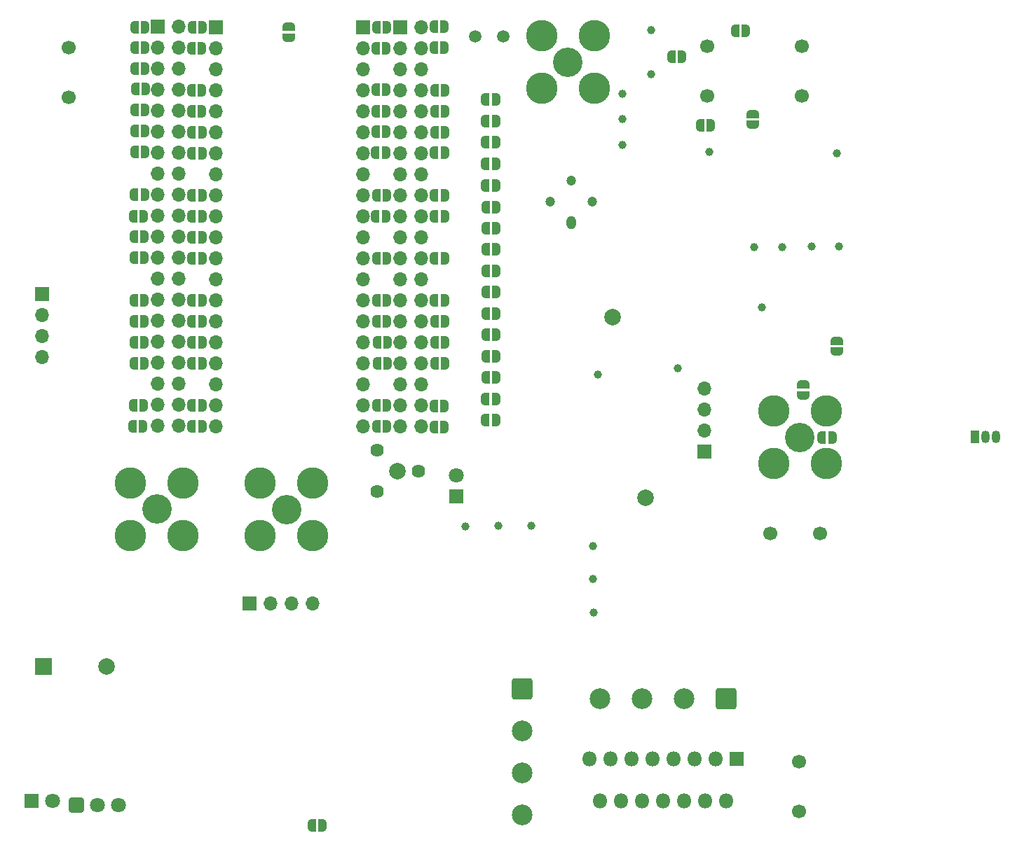
<source format=gbr>
%TF.GenerationSoftware,KiCad,Pcbnew,8.0.4+dfsg-1*%
%TF.CreationDate,2025-02-20T19:36:53-08:00*%
%TF.ProjectId,Audio_in_usd_sound_rp_pico,41756469-6f5f-4696-9e5f-7573645f736f,v0.3.0*%
%TF.SameCoordinates,Original*%
%TF.FileFunction,Soldermask,Bot*%
%TF.FilePolarity,Negative*%
%FSLAX46Y46*%
G04 Gerber Fmt 4.6, Leading zero omitted, Abs format (unit mm)*
G04 Created by KiCad (PCBNEW 8.0.4+dfsg-1) date 2025-02-20 19:36:53*
%MOMM*%
%LPD*%
G01*
G04 APERTURE LIST*
G04 Aperture macros list*
%AMRoundRect*
0 Rectangle with rounded corners*
0 $1 Rounding radius*
0 $2 $3 $4 $5 $6 $7 $8 $9 X,Y pos of 4 corners*
0 Add a 4 corners polygon primitive as box body*
4,1,4,$2,$3,$4,$5,$6,$7,$8,$9,$2,$3,0*
0 Add four circle primitives for the rounded corners*
1,1,$1+$1,$2,$3*
1,1,$1+$1,$4,$5*
1,1,$1+$1,$6,$7*
1,1,$1+$1,$8,$9*
0 Add four rect primitives between the rounded corners*
20,1,$1+$1,$2,$3,$4,$5,0*
20,1,$1+$1,$4,$5,$6,$7,0*
20,1,$1+$1,$6,$7,$8,$9,0*
20,1,$1+$1,$8,$9,$2,$3,0*%
%AMFreePoly0*
4,1,19,0.500000,-0.750000,0.000000,-0.750000,0.000000,-0.744911,-0.071157,-0.744911,-0.207708,-0.704816,-0.327430,-0.627875,-0.420627,-0.520320,-0.479746,-0.390866,-0.500000,-0.250000,-0.500000,0.250000,-0.479746,0.390866,-0.420627,0.520320,-0.327430,0.627875,-0.207708,0.704816,-0.071157,0.744911,0.000000,0.744911,0.000000,0.750000,0.500000,0.750000,0.500000,-0.750000,0.500000,-0.750000,
$1*%
%AMFreePoly1*
4,1,19,0.000000,0.744911,0.071157,0.744911,0.207708,0.704816,0.327430,0.627875,0.420627,0.520320,0.479746,0.390866,0.500000,0.250000,0.500000,-0.250000,0.479746,-0.390866,0.420627,-0.520320,0.327430,-0.627875,0.207708,-0.704816,0.071157,-0.744911,0.000000,-0.744911,0.000000,-0.750000,-0.500000,-0.750000,-0.500000,0.750000,0.000000,0.750000,0.000000,0.744911,0.000000,0.744911,
$1*%
G04 Aperture macros list end*
%ADD10C,1.700000*%
%ADD11C,3.556000*%
%ADD12C,3.810000*%
%ADD13C,1.000000*%
%ADD14R,1.050000X1.500000*%
%ADD15O,1.050000X1.500000*%
%ADD16C,2.000000*%
%ADD17R,1.700000X1.700000*%
%ADD18O,1.700000X1.700000*%
%ADD19R,1.800000X1.800000*%
%ADD20C,1.800000*%
%ADD21RoundRect,0.250000X-1.000000X1.000000X-1.000000X-1.000000X1.000000X-1.000000X1.000000X1.000000X0*%
%ADD22C,2.500000*%
%ADD23C,1.500000*%
%ADD24RoundRect,0.248400X-0.651600X-0.651600X0.651600X-0.651600X0.651600X0.651600X-0.651600X0.651600X0*%
%ADD25C,1.200000*%
%ADD26O,1.200000X1.600000*%
%ADD27R,2.000000X2.000000*%
%ADD28RoundRect,0.250000X1.000000X1.000000X-1.000000X1.000000X-1.000000X-1.000000X1.000000X-1.000000X0*%
%ADD29C,1.620000*%
%ADD30O,1.800000X1.800000*%
%ADD31FreePoly0,180.000000*%
%ADD32FreePoly1,180.000000*%
%ADD33FreePoly0,90.000000*%
%ADD34FreePoly1,90.000000*%
%ADD35FreePoly0,0.000000*%
%ADD36FreePoly1,0.000000*%
%ADD37FreePoly0,270.000000*%
%ADD38FreePoly1,270.000000*%
G04 APERTURE END LIST*
D10*
%TO.C,J17*%
X178590000Y-110245000D03*
X184590000Y-110245000D03*
%TD*%
%TO.C,J16*%
X182080000Y-143815000D03*
X182080000Y-137815000D03*
%TD*%
%TO.C,J15*%
X93900000Y-51445000D03*
X93900000Y-57445000D03*
%TD*%
%TO.C,J12*%
X182400000Y-51275000D03*
X182400000Y-57275000D03*
%TD*%
%TO.C,J1*%
X170960000Y-51275000D03*
X170960000Y-57275000D03*
%TD*%
D11*
%TO.C,J14*%
X104520000Y-107265000D03*
D12*
X101345000Y-104090000D03*
X101345000Y-110440000D03*
X107695000Y-104090000D03*
X107695000Y-110440000D03*
%TD*%
D13*
%TO.C,TP3*%
X160730000Y-57045000D03*
%TD*%
%TO.C,TP4*%
X160780000Y-60065000D03*
%TD*%
%TO.C,TP25*%
X167466000Y-90249000D03*
%TD*%
D14*
%TO.C,U15*%
X203300000Y-98585000D03*
D15*
X204570000Y-98585000D03*
X205840000Y-98585000D03*
%TD*%
D13*
%TO.C,TP11*%
X177590000Y-82845000D03*
%TD*%
%TO.C,TP16*%
X176690000Y-75585000D03*
%TD*%
%TO.C,TP:C2*%
X145772500Y-109290000D03*
%TD*%
%TO.C,TP:C1*%
X141772500Y-109340000D03*
%TD*%
%TO.C,TP14*%
X183610000Y-75515000D03*
%TD*%
D16*
%TO.C,TP10*%
X163534000Y-105867000D03*
%TD*%
D13*
%TO.C,TP5*%
X160750000Y-63195000D03*
%TD*%
D17*
%TO.C,Je3*%
X170646000Y-100279000D03*
D18*
X170646000Y-97739000D03*
X170646000Y-95199000D03*
X170646000Y-92659000D03*
%TD*%
D19*
%TO.C,D2*%
X89410000Y-142600000D03*
D20*
X91950000Y-142600000D03*
%TD*%
D16*
%TO.C,TP12*%
X159530000Y-84045000D03*
%TD*%
D13*
%TO.C,TP1*%
X164230000Y-49375000D03*
%TD*%
D19*
%TO.C,IR-PD1*%
X140710000Y-105765000D03*
D20*
X140710000Y-103225000D03*
%TD*%
D21*
%TO.C,T2*%
X148640000Y-129055000D03*
D22*
X148640000Y-134135000D03*
X148640000Y-139215000D03*
X148640000Y-144295000D03*
%TD*%
D23*
%TO.C,R37*%
X146340000Y-50085000D03*
X142940000Y-50085000D03*
%TD*%
D13*
%TO.C,TP:C3*%
X149772500Y-109290000D03*
%TD*%
%TO.C,TP15*%
X180010000Y-75585000D03*
%TD*%
D11*
%TO.C,J8*%
X154165000Y-53210000D03*
D12*
X150990000Y-50035000D03*
X150990000Y-56385000D03*
X157340000Y-50035000D03*
X157340000Y-56385000D03*
%TD*%
D17*
%TO.C,J4*%
X133880000Y-48995000D03*
D18*
X133880000Y-51535000D03*
X133880000Y-54075000D03*
X133880000Y-56615000D03*
X133880000Y-59155000D03*
X133880000Y-61695000D03*
X133880000Y-64235000D03*
X133880000Y-66775000D03*
X133880000Y-69315000D03*
X133880000Y-71855000D03*
X133880000Y-74395000D03*
X133880000Y-76935000D03*
X133880000Y-79475000D03*
X133880000Y-82015000D03*
X133880000Y-84555000D03*
X133880000Y-87095000D03*
X133880000Y-89635000D03*
X133880000Y-92175000D03*
X133880000Y-94715000D03*
X133880000Y-97255000D03*
X136420000Y-97255000D03*
X136420000Y-94715000D03*
X136420000Y-92175000D03*
X136420000Y-89635000D03*
X136420000Y-87095000D03*
X136420000Y-84555000D03*
X136420000Y-82015000D03*
X136420000Y-79475000D03*
X136420000Y-76935000D03*
X136420000Y-74395000D03*
X136420000Y-71855000D03*
X136420000Y-69315000D03*
X136420000Y-66775000D03*
X136420000Y-64235000D03*
X136420000Y-61695000D03*
X136420000Y-59155000D03*
X136420000Y-56615000D03*
X136420000Y-54075000D03*
X136420000Y-51535000D03*
X136420000Y-48995000D03*
%TD*%
D17*
%TO.C,Je2*%
X90640000Y-81235000D03*
D18*
X90640000Y-83775000D03*
X90640000Y-86315000D03*
X90640000Y-88855000D03*
%TD*%
D11*
%TO.C,J11*%
X182205000Y-98620000D03*
D12*
X179030000Y-95445000D03*
X179030000Y-101795000D03*
X185380000Y-95445000D03*
X185380000Y-101795000D03*
%TD*%
D17*
%TO.C,J6*%
X111610000Y-49000000D03*
D18*
X111610000Y-51540000D03*
X111610000Y-54080000D03*
X111610000Y-56620000D03*
X111610000Y-59160000D03*
X111610000Y-61700000D03*
X111610000Y-64240000D03*
X111610000Y-66780000D03*
X111610000Y-69320000D03*
X111610000Y-71860000D03*
X111610000Y-74400000D03*
X111610000Y-76940000D03*
X111610000Y-79480000D03*
X111610000Y-82020000D03*
X111610000Y-84560000D03*
X111610000Y-87100000D03*
X111610000Y-89640000D03*
X111610000Y-92180000D03*
X111610000Y-94720000D03*
X111610000Y-97260000D03*
%TD*%
D24*
%TO.C,U6*%
X94820000Y-143060000D03*
D20*
X97360000Y-143060000D03*
X99900000Y-143060000D03*
%TD*%
D25*
%TO.C,U16*%
X152020000Y-70065000D03*
D26*
X154560000Y-72605000D03*
D25*
X154560000Y-67525000D03*
X157100000Y-70065000D03*
%TD*%
D13*
%TO.C,TP18*%
X171250000Y-64045000D03*
%TD*%
D27*
%TO.C,LS1*%
X90810000Y-126275000D03*
D16*
X98410000Y-126275000D03*
%TD*%
D13*
%TO.C,TP13*%
X186930000Y-75555000D03*
%TD*%
D17*
%TO.C,J5*%
X129380000Y-48995000D03*
D18*
X129380000Y-51535000D03*
X129380000Y-54075000D03*
X129380000Y-56615000D03*
X129380000Y-59155000D03*
X129380000Y-61695000D03*
X129380000Y-64235000D03*
X129380000Y-66775000D03*
X129380000Y-69315000D03*
X129380000Y-71855000D03*
X129380000Y-74395000D03*
X129380000Y-76935000D03*
X129380000Y-79475000D03*
X129380000Y-82015000D03*
X129380000Y-84555000D03*
X129380000Y-87095000D03*
X129380000Y-89635000D03*
X129380000Y-92175000D03*
X129380000Y-94715000D03*
X129380000Y-97255000D03*
%TD*%
D13*
%TO.C,TP26*%
X157814000Y-91011000D03*
%TD*%
%TO.C,TP2*%
X164180000Y-54655000D03*
%TD*%
%TO.C,TP:R1*%
X157222500Y-111790000D03*
%TD*%
%TO.C,TP:R3*%
X157297500Y-119765000D03*
%TD*%
%TO.C,TP:R2*%
X157222500Y-115765000D03*
%TD*%
D28*
%TO.C,T1*%
X173240000Y-130205000D03*
D22*
X168160000Y-130205000D03*
X163080000Y-130205000D03*
X158000000Y-130205000D03*
%TD*%
D16*
%TO.C,RV2*%
X133610000Y-102685000D03*
D29*
X131110000Y-105185000D03*
X136110000Y-102685000D03*
X131110000Y-100185000D03*
%TD*%
D13*
%TO.C,TP17*%
X186670000Y-64295000D03*
%TD*%
D11*
%TO.C,J13*%
X120170000Y-107325000D03*
D12*
X116995000Y-104150000D03*
X116995000Y-110500000D03*
X123345000Y-104150000D03*
X123345000Y-110500000D03*
%TD*%
D17*
%TO.C,Je1*%
X115670000Y-118695000D03*
D18*
X118210000Y-118695000D03*
X120750000Y-118695000D03*
X123290000Y-118695000D03*
%TD*%
D19*
%TO.C,U12*%
X174540000Y-137475000D03*
D30*
X173270000Y-142555000D03*
X172000000Y-137475000D03*
X170730000Y-142555000D03*
X169460000Y-137475000D03*
X168190000Y-142555000D03*
X166920000Y-137475000D03*
X165650000Y-142555000D03*
X164380000Y-137475000D03*
X163110000Y-142555000D03*
X161840000Y-137475000D03*
X160570000Y-142555000D03*
X159300000Y-137475000D03*
X158030000Y-142555000D03*
X156760000Y-137475000D03*
%TD*%
D17*
%TO.C,J7*%
X104620000Y-48965000D03*
D18*
X104620000Y-51505000D03*
X104620000Y-54045000D03*
X104620000Y-56585000D03*
X104620000Y-59125000D03*
X104620000Y-61665000D03*
X104620000Y-64205000D03*
X104620000Y-66745000D03*
X104620000Y-69285000D03*
X104620000Y-71825000D03*
X104620000Y-74365000D03*
X104620000Y-76905000D03*
X104620000Y-79445000D03*
X104620000Y-81985000D03*
X104620000Y-84525000D03*
X104620000Y-87065000D03*
X104620000Y-89605000D03*
X104620000Y-92145000D03*
X104620000Y-94685000D03*
X104620000Y-97225000D03*
X107160000Y-97225000D03*
X107160000Y-94685000D03*
X107160000Y-92145000D03*
X107160000Y-89605000D03*
X107160000Y-87065000D03*
X107160000Y-84525000D03*
X107160000Y-81985000D03*
X107160000Y-79445000D03*
X107160000Y-76905000D03*
X107160000Y-74365000D03*
X107160000Y-71825000D03*
X107160000Y-69285000D03*
X107160000Y-66745000D03*
X107160000Y-64205000D03*
X107160000Y-61665000D03*
X107160000Y-59125000D03*
X107160000Y-56585000D03*
X107160000Y-54045000D03*
X107160000Y-51505000D03*
X107160000Y-48965000D03*
%TD*%
D31*
%TO.C,JP12*%
X145510000Y-86185000D03*
D32*
X144210000Y-86185000D03*
%TD*%
D31*
%TO.C,JP28*%
X139285000Y-76935000D03*
D32*
X137985000Y-76935000D03*
%TD*%
D31*
%TO.C,JP41*%
X132320000Y-69355000D03*
D32*
X131020000Y-69355000D03*
%TD*%
D31*
%TO.C,JP66*%
X110010000Y-97285000D03*
D32*
X108710000Y-97285000D03*
%TD*%
D31*
%TO.C,JP83*%
X102860000Y-97285000D03*
D32*
X101560000Y-97285000D03*
%TD*%
D31*
%TO.C,JP8*%
X145500000Y-75885000D03*
D32*
X144200000Y-75885000D03*
%TD*%
D31*
%TO.C,JP81*%
X103020000Y-89665000D03*
D32*
X101720000Y-89665000D03*
%TD*%
D31*
%TO.C,JP79*%
X103020000Y-84585000D03*
D32*
X101720000Y-84585000D03*
%TD*%
D31*
%TO.C,JP85*%
X186120000Y-98625000D03*
D32*
X184820000Y-98625000D03*
%TD*%
D31*
%TO.C,JP31*%
X139335000Y-87110000D03*
D32*
X138035000Y-87110000D03*
%TD*%
D31*
%TO.C,JP74*%
X103060000Y-69285000D03*
D32*
X101760000Y-69285000D03*
%TD*%
D31*
%TO.C,JP78*%
X103020000Y-82045000D03*
D32*
X101720000Y-82045000D03*
%TD*%
D31*
%TO.C,JP13*%
X145510000Y-88795000D03*
D32*
X144210000Y-88795000D03*
%TD*%
D31*
%TO.C,JP22*%
X139335000Y-56635000D03*
D32*
X138035000Y-56635000D03*
%TD*%
D31*
%TO.C,JP69*%
X103110000Y-53985000D03*
D32*
X101810000Y-53985000D03*
%TD*%
D33*
%TO.C,JP87*%
X186690000Y-88215000D03*
D34*
X186690000Y-86915000D03*
%TD*%
D31*
%TO.C,JP44*%
X132320000Y-82035000D03*
D32*
X131020000Y-82035000D03*
%TD*%
D31*
%TO.C,JP47*%
X132380000Y-89675000D03*
D32*
X131080000Y-89675000D03*
%TD*%
D35*
%TO.C,JP18*%
X174370000Y-49475000D03*
D36*
X175670000Y-49475000D03*
%TD*%
D31*
%TO.C,JP73*%
X103085000Y-64110000D03*
D32*
X101785000Y-64110000D03*
%TD*%
D31*
%TO.C,JP59*%
X110010000Y-74425000D03*
D32*
X108710000Y-74425000D03*
%TD*%
D31*
%TO.C,JP40*%
X132200000Y-64185000D03*
D32*
X130900000Y-64185000D03*
%TD*%
D31*
%TO.C,JP19*%
X171420085Y-60855000D03*
D32*
X170120085Y-60855000D03*
%TD*%
D31*
%TO.C,JP42*%
X132190000Y-71885000D03*
D32*
X130890000Y-71885000D03*
%TD*%
D31*
%TO.C,JP15*%
X145480000Y-93955000D03*
D32*
X144180000Y-93955000D03*
%TD*%
D31*
%TO.C,JP60*%
X110010000Y-76965000D03*
D32*
X108710000Y-76965000D03*
%TD*%
D31*
%TO.C,JP34*%
X139260000Y-97335000D03*
D32*
X137960000Y-97335000D03*
%TD*%
D31*
%TO.C,JP80*%
X103020000Y-87125000D03*
D32*
X101720000Y-87125000D03*
%TD*%
D31*
%TO.C,JP67*%
X103110000Y-48985000D03*
D32*
X101810000Y-48985000D03*
%TD*%
D31*
%TO.C,JP82*%
X102935000Y-94735000D03*
D32*
X101635000Y-94735000D03*
%TD*%
D31*
%TO.C,JP11*%
X145510000Y-83605000D03*
D32*
X144210000Y-83605000D03*
%TD*%
D31*
%TO.C,JP23*%
X139335000Y-59160000D03*
D32*
X138035000Y-59160000D03*
%TD*%
D31*
%TO.C,JP77*%
X103020000Y-76905000D03*
D32*
X101720000Y-76905000D03*
%TD*%
D31*
%TO.C,JP1*%
X145490000Y-57765000D03*
D32*
X144190000Y-57765000D03*
%TD*%
D31*
%TO.C,JP27*%
X139285000Y-71885000D03*
D32*
X137985000Y-71885000D03*
%TD*%
D31*
%TO.C,JP39*%
X132240000Y-61645000D03*
D32*
X130940000Y-61645000D03*
%TD*%
D31*
%TO.C,JP3*%
X145490000Y-62935000D03*
D32*
X144190000Y-62935000D03*
%TD*%
D31*
%TO.C,JP17*%
X167960000Y-52555000D03*
D32*
X166660000Y-52555000D03*
%TD*%
D31*
%TO.C,JP5*%
X145490000Y-68115000D03*
D32*
X144190000Y-68115000D03*
%TD*%
D31*
%TO.C,JP63*%
X110010000Y-87125000D03*
D32*
X108710000Y-87125000D03*
%TD*%
D33*
%TO.C,JP86*%
X182630000Y-93535000D03*
D34*
X182630000Y-92235000D03*
%TD*%
D31*
%TO.C,JP51*%
X110040000Y-49015000D03*
D32*
X108740000Y-49015000D03*
%TD*%
D31*
%TO.C,JP68*%
X103085000Y-51485000D03*
D32*
X101785000Y-51485000D03*
%TD*%
D31*
%TO.C,JP38*%
X132210000Y-59135000D03*
D32*
X130910000Y-59135000D03*
%TD*%
D31*
%TO.C,JP75*%
X102910000Y-71835000D03*
D32*
X101610000Y-71835000D03*
%TD*%
D31*
%TO.C,JP65*%
X110010000Y-94745000D03*
D32*
X108710000Y-94745000D03*
%TD*%
D31*
%TO.C,JP32*%
X139335000Y-89635000D03*
D32*
X138035000Y-89635000D03*
%TD*%
D31*
%TO.C,JP29*%
X139310000Y-82035000D03*
D32*
X138010000Y-82035000D03*
%TD*%
D31*
%TO.C,JP49*%
X132290000Y-97245000D03*
D32*
X130990000Y-97245000D03*
%TD*%
D31*
%TO.C,JP45*%
X132320000Y-84585000D03*
D32*
X131020000Y-84585000D03*
%TD*%
D31*
%TO.C,JP16*%
X145480000Y-96535000D03*
D32*
X144180000Y-96535000D03*
%TD*%
D31*
%TO.C,JP10*%
X145510000Y-81015000D03*
D32*
X144210000Y-81015000D03*
%TD*%
D31*
%TO.C,JP52*%
X109980000Y-51525000D03*
D32*
X108680000Y-51525000D03*
%TD*%
D31*
%TO.C,JP70*%
X103210000Y-56485000D03*
D32*
X101910000Y-56485000D03*
%TD*%
D31*
%TO.C,JP35*%
X132300000Y-49015000D03*
D32*
X131000000Y-49015000D03*
%TD*%
D31*
%TO.C,JP46*%
X132380000Y-87145000D03*
D32*
X131080000Y-87145000D03*
%TD*%
D31*
%TO.C,JP33*%
X139260000Y-94785000D03*
D32*
X137960000Y-94785000D03*
%TD*%
D31*
%TO.C,JP4*%
X145490000Y-65525000D03*
D32*
X144190000Y-65525000D03*
%TD*%
D31*
%TO.C,JP64*%
X110010000Y-89665000D03*
D32*
X108710000Y-89665000D03*
%TD*%
D31*
%TO.C,JP58*%
X110010000Y-71885000D03*
D32*
X108710000Y-71885000D03*
%TD*%
D31*
%TO.C,JP48*%
X132330000Y-94705000D03*
D32*
X131030000Y-94705000D03*
%TD*%
D31*
%TO.C,JP7*%
X145500000Y-73305000D03*
D32*
X144200000Y-73305000D03*
%TD*%
D31*
%TO.C,JP53*%
X109980000Y-56675000D03*
D32*
X108680000Y-56675000D03*
%TD*%
D31*
%TO.C,JP61*%
X110010000Y-82045000D03*
D32*
X108710000Y-82045000D03*
%TD*%
D31*
%TO.C,JP6*%
X145500000Y-70735000D03*
D32*
X144200000Y-70735000D03*
%TD*%
D31*
%TO.C,JP72*%
X103085000Y-61585000D03*
D32*
X101785000Y-61585000D03*
%TD*%
D31*
%TO.C,JP76*%
X103030000Y-74365000D03*
D32*
X101730000Y-74365000D03*
%TD*%
D31*
%TO.C,JP56*%
X109990000Y-64215000D03*
D32*
X108690000Y-64215000D03*
%TD*%
D31*
%TO.C,JP26*%
X139285000Y-69335000D03*
D32*
X137985000Y-69335000D03*
%TD*%
D31*
%TO.C,JP25*%
X139310000Y-64210000D03*
D32*
X138010000Y-64210000D03*
%TD*%
D31*
%TO.C,JP55*%
X110000000Y-61675000D03*
D32*
X108700000Y-61675000D03*
%TD*%
D31*
%TO.C,JP36*%
X132220000Y-51565000D03*
D32*
X130920000Y-51565000D03*
%TD*%
D31*
%TO.C,JP14*%
X145500000Y-91375000D03*
D32*
X144200000Y-91375000D03*
%TD*%
D37*
%TO.C,JP50*%
X120480000Y-48965000D03*
D38*
X120480000Y-50265000D03*
%TD*%
D31*
%TO.C,JP89*%
X124530000Y-145545000D03*
D32*
X123230000Y-145545000D03*
%TD*%
D31*
%TO.C,JP20*%
X139235000Y-48960000D03*
D32*
X137935000Y-48960000D03*
%TD*%
D31*
%TO.C,JP30*%
X139335000Y-84585000D03*
D32*
X138035000Y-84585000D03*
%TD*%
D31*
%TO.C,JP24*%
X139335000Y-61710000D03*
D32*
X138035000Y-61710000D03*
%TD*%
D31*
%TO.C,JP43*%
X132320000Y-76935000D03*
D32*
X131020000Y-76935000D03*
%TD*%
D31*
%TO.C,JP57*%
X110010000Y-69345000D03*
D32*
X108710000Y-69345000D03*
%TD*%
D31*
%TO.C,JP54*%
X109980000Y-59175000D03*
D32*
X108680000Y-59175000D03*
%TD*%
D31*
%TO.C,JP2*%
X145490000Y-60345000D03*
D32*
X144190000Y-60345000D03*
%TD*%
D31*
%TO.C,JP9*%
X145510000Y-78455000D03*
D32*
X144210000Y-78455000D03*
%TD*%
D33*
%TO.C,JP88*%
X176530000Y-60795000D03*
D34*
X176530000Y-59495000D03*
%TD*%
D31*
%TO.C,JP71*%
X103085000Y-59035000D03*
D32*
X101785000Y-59035000D03*
%TD*%
D31*
%TO.C,JP37*%
X132240000Y-56535000D03*
D32*
X130940000Y-56535000D03*
%TD*%
D31*
%TO.C,JP21*%
X139235000Y-51485000D03*
D32*
X137935000Y-51485000D03*
%TD*%
D31*
%TO.C,JP62*%
X110010000Y-84585000D03*
D32*
X108710000Y-84585000D03*
%TD*%
M02*

</source>
